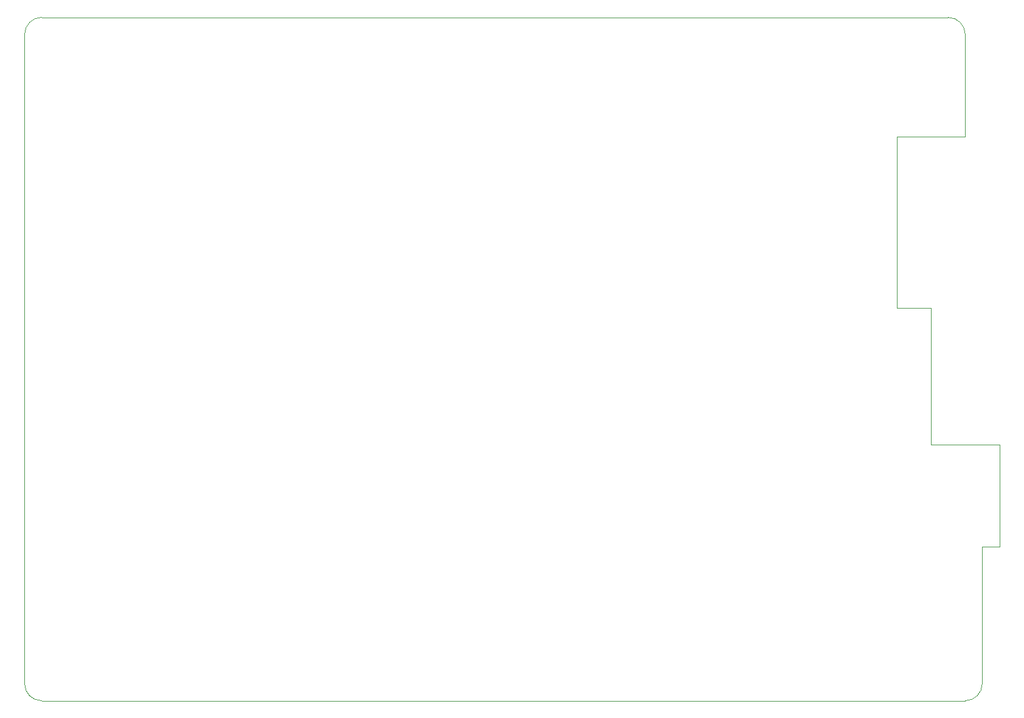
<source format=gbr>
%TF.GenerationSoftware,KiCad,Pcbnew,(5.1.10-1-10_14)*%
%TF.CreationDate,2022-06-17T20:08:22+09:00*%
%TF.ProjectId,pcb-left,7063622d-6c65-4667-942e-6b696361645f,rev?*%
%TF.SameCoordinates,Original*%
%TF.FileFunction,Profile,NP*%
%FSLAX46Y46*%
G04 Gerber Fmt 4.6, Leading zero omitted, Abs format (unit mm)*
G04 Created by KiCad (PCBNEW (5.1.10-1-10_14)) date 2022-06-17 20:08:22*
%MOMM*%
%LPD*%
G01*
G04 APERTURE LIST*
%TA.AperFunction,Profile*%
%ADD10C,0.050000*%
%TD*%
G04 APERTURE END LIST*
D10*
X163512500Y-38100000D02*
X163512500Y-52387500D01*
X158750000Y-95250000D02*
X168275000Y-95250000D01*
X158750000Y-90487500D02*
X158750000Y-95250000D01*
X158750000Y-76200000D02*
X158750000Y-90487500D01*
X153987500Y-76200000D02*
X158750000Y-76200000D01*
X153987500Y-73818750D02*
X153987500Y-76200000D01*
X153987500Y-52387500D02*
X153987500Y-54768750D01*
X163512500Y-52387500D02*
X153987500Y-52387500D01*
X163512500Y-130968750D02*
X34925000Y-130968750D01*
X34925000Y-35718750D02*
X161131250Y-35718750D01*
X161131250Y-35718750D02*
G75*
G02*
X163512500Y-38100000I0J-2381250D01*
G01*
X153987500Y-73818750D02*
X153987500Y-54768750D01*
X168275000Y-109537500D02*
X168275000Y-95250000D01*
X165893750Y-109537500D02*
X168275000Y-109537500D01*
X165893750Y-128587500D02*
X165893750Y-109537500D01*
X165893750Y-128587500D02*
G75*
G02*
X163512500Y-130968750I-2381250J0D01*
G01*
X32543750Y-38100000D02*
X32543750Y-128587500D01*
X34925000Y-130968750D02*
G75*
G02*
X32543750Y-128587500I0J2381250D01*
G01*
X32543750Y-38100000D02*
G75*
G02*
X34925000Y-35718750I2381250J0D01*
G01*
M02*

</source>
